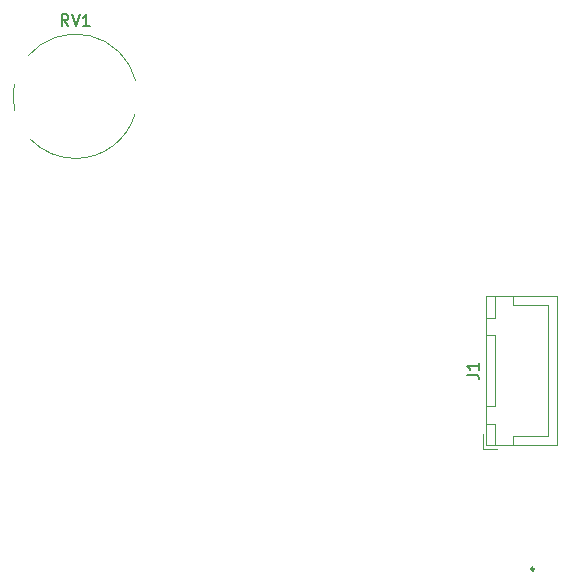
<source format=gbr>
%TF.GenerationSoftware,KiCad,Pcbnew,7.0.8*%
%TF.CreationDate,2023-11-12T08:49:20+11:00*%
%TF.ProjectId,Line 4.3,4c696e65-2034-42e3-932e-6b696361645f,rev?*%
%TF.SameCoordinates,Original*%
%TF.FileFunction,Legend,Top*%
%TF.FilePolarity,Positive*%
%FSLAX46Y46*%
G04 Gerber Fmt 4.6, Leading zero omitted, Abs format (unit mm)*
G04 Created by KiCad (PCBNEW 7.0.8) date 2023-11-12 08:49:20*
%MOMM*%
%LPD*%
G01*
G04 APERTURE LIST*
%ADD10C,0.150000*%
%ADD11C,0.120000*%
%ADD12C,0.254000*%
G04 APERTURE END LIST*
D10*
X183129818Y-150333333D02*
X183844103Y-150333333D01*
X183844103Y-150333333D02*
X183986960Y-150380952D01*
X183986960Y-150380952D02*
X184082199Y-150476190D01*
X184082199Y-150476190D02*
X184129818Y-150619047D01*
X184129818Y-150619047D02*
X184129818Y-150714285D01*
X184129818Y-149333333D02*
X184129818Y-149904761D01*
X184129818Y-149619047D02*
X183129818Y-149619047D01*
X183129818Y-149619047D02*
X183272675Y-149714285D01*
X183272675Y-149714285D02*
X183367913Y-149809523D01*
X183367913Y-149809523D02*
X183415532Y-149904761D01*
X149404761Y-120804819D02*
X149071428Y-120328628D01*
X148833333Y-120804819D02*
X148833333Y-119804819D01*
X148833333Y-119804819D02*
X149214285Y-119804819D01*
X149214285Y-119804819D02*
X149309523Y-119852438D01*
X149309523Y-119852438D02*
X149357142Y-119900057D01*
X149357142Y-119900057D02*
X149404761Y-119995295D01*
X149404761Y-119995295D02*
X149404761Y-120138152D01*
X149404761Y-120138152D02*
X149357142Y-120233390D01*
X149357142Y-120233390D02*
X149309523Y-120281009D01*
X149309523Y-120281009D02*
X149214285Y-120328628D01*
X149214285Y-120328628D02*
X148833333Y-120328628D01*
X149690476Y-119804819D02*
X150023809Y-120804819D01*
X150023809Y-120804819D02*
X150357142Y-119804819D01*
X151214285Y-120804819D02*
X150642857Y-120804819D01*
X150928571Y-120804819D02*
X150928571Y-119804819D01*
X150928571Y-119804819D02*
X150833333Y-119947676D01*
X150833333Y-119947676D02*
X150738095Y-120042914D01*
X150738095Y-120042914D02*
X150642857Y-120090533D01*
D11*
%TO.C,J1*%
X184475000Y-156600000D02*
X185725000Y-156600000D01*
X184765000Y-156310000D02*
X190735000Y-156310000D01*
X190735000Y-156310000D02*
X190735000Y-143690000D01*
X184775000Y-156300000D02*
X185525000Y-156300000D01*
X185525000Y-156300000D02*
X185525000Y-154500000D01*
X187025000Y-156300000D02*
X187025000Y-155550000D01*
X187025000Y-155550000D02*
X189975000Y-155550000D01*
X189975000Y-155550000D02*
X189975000Y-150000000D01*
X184475000Y-155350000D02*
X184475000Y-156600000D01*
X184775000Y-154500000D02*
X184775000Y-156300000D01*
X185525000Y-154500000D02*
X184775000Y-154500000D01*
X184775000Y-153000000D02*
X185525000Y-153000000D01*
X185525000Y-153000000D02*
X185525000Y-147000000D01*
X184775000Y-147000000D02*
X184775000Y-153000000D01*
X185525000Y-147000000D02*
X184775000Y-147000000D01*
X184775000Y-145500000D02*
X185525000Y-145500000D01*
X185525000Y-145500000D02*
X185525000Y-143700000D01*
X187025000Y-144450000D02*
X189975000Y-144450000D01*
X189975000Y-144450000D02*
X189975000Y-150000000D01*
X184775000Y-143700000D02*
X184775000Y-145500000D01*
X185525000Y-143700000D02*
X184775000Y-143700000D01*
X187025000Y-143700000D02*
X187025000Y-144450000D01*
X184765000Y-143690000D02*
X184765000Y-156310000D01*
X190735000Y-143690000D02*
X184765000Y-143690000D01*
%TO.C,RV1*%
X144826001Y-125744000D02*
G75*
G03*
X144885610Y-128024881I5173999J-1006000D01*
G01*
X155113999Y-125476000D02*
G75*
G03*
X145963379Y-123361526I-5113999J-1274000D01*
G01*
X146209000Y-130411000D02*
G75*
G03*
X150092030Y-132019357I3791000J3661000D01*
G01*
X150000000Y-132019999D02*
G75*
G03*
X155039725Y-128290799I0J5269999D01*
G01*
D12*
%TO.C,U8*%
X188837000Y-166782000D02*
G75*
G03*
X188837000Y-166782000I-127000J0D01*
G01*
%TD*%
M02*

</source>
